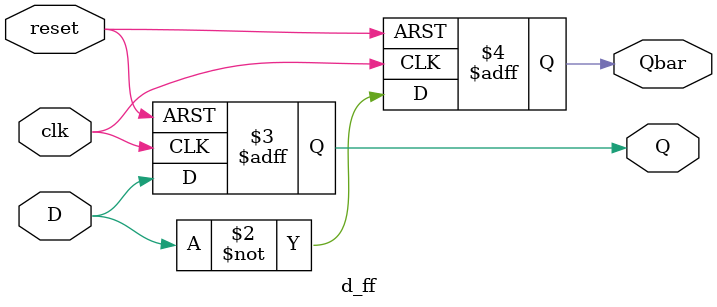
<source format=v>
`timescale 1ns / 1ps

module d_ff(
    input D,      
    input clk,     
    input reset,   
    output reg Q,
    output reg Qbar  
);
    always @(posedge clk or posedge reset)
     begin
        if (reset)begin
            Q <= 1'b0;  
            Qbar<=1'b1; 
           end
        else begin
            Q <= D;
            Qbar<=~D;  
            end      
    end
endmodule
</source>
